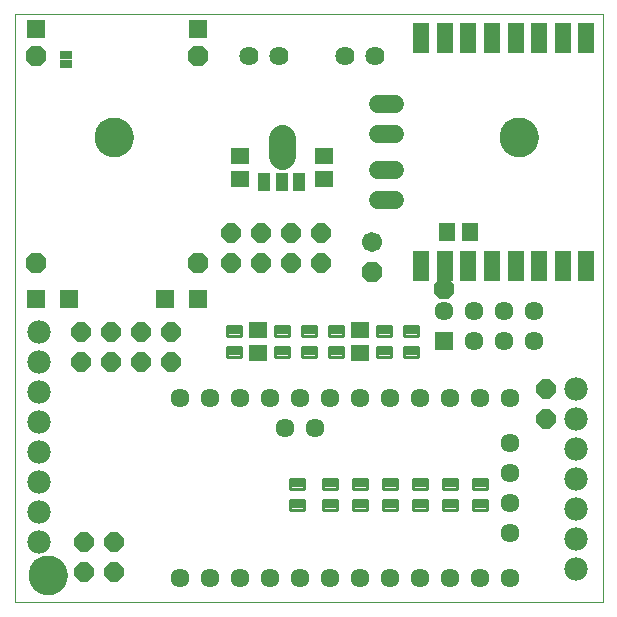
<source format=gts>
G75*
%MOIN*%
%OFA0B0*%
%FSLAX25Y25*%
%IPPOS*%
%LPD*%
%AMOC8*
5,1,8,0,0,1.08239X$1,22.5*
%
%ADD10C,0.00000*%
%ADD11C,0.12998*%
%ADD12R,0.06337X0.06337*%
%ADD13C,0.06337*%
%ADD14C,0.06000*%
%ADD15OC8,0.06700*%
%ADD16C,0.06700*%
%ADD17R,0.05943X0.05943*%
%ADD18C,0.06400*%
%ADD19OC8,0.06400*%
%ADD20C,0.07800*%
%ADD21C,0.01100*%
%ADD22R,0.06306X0.05518*%
%ADD23R,0.05518X0.06306*%
%ADD24R,0.05400X0.10400*%
%ADD25R,0.03900X0.02800*%
%ADD26C,0.09061*%
%ADD27R,0.04134X0.06201*%
D10*
X0001500Y0002000D02*
X0197500Y0002000D01*
X0197500Y0198000D01*
X0001500Y0198000D01*
X0001500Y0002000D01*
X0006201Y0011000D02*
X0006203Y0011158D01*
X0006209Y0011316D01*
X0006219Y0011474D01*
X0006233Y0011632D01*
X0006251Y0011789D01*
X0006272Y0011946D01*
X0006298Y0012102D01*
X0006328Y0012258D01*
X0006361Y0012413D01*
X0006399Y0012566D01*
X0006440Y0012719D01*
X0006485Y0012871D01*
X0006534Y0013022D01*
X0006587Y0013171D01*
X0006643Y0013319D01*
X0006703Y0013465D01*
X0006767Y0013610D01*
X0006835Y0013753D01*
X0006906Y0013895D01*
X0006980Y0014035D01*
X0007058Y0014172D01*
X0007140Y0014308D01*
X0007224Y0014442D01*
X0007313Y0014573D01*
X0007404Y0014702D01*
X0007499Y0014829D01*
X0007596Y0014954D01*
X0007697Y0015076D01*
X0007801Y0015195D01*
X0007908Y0015312D01*
X0008018Y0015426D01*
X0008131Y0015537D01*
X0008246Y0015646D01*
X0008364Y0015751D01*
X0008485Y0015853D01*
X0008608Y0015953D01*
X0008734Y0016049D01*
X0008862Y0016142D01*
X0008992Y0016232D01*
X0009125Y0016318D01*
X0009260Y0016402D01*
X0009396Y0016481D01*
X0009535Y0016558D01*
X0009676Y0016630D01*
X0009818Y0016700D01*
X0009962Y0016765D01*
X0010108Y0016827D01*
X0010255Y0016885D01*
X0010404Y0016940D01*
X0010554Y0016991D01*
X0010705Y0017038D01*
X0010857Y0017081D01*
X0011010Y0017120D01*
X0011165Y0017156D01*
X0011320Y0017187D01*
X0011476Y0017215D01*
X0011632Y0017239D01*
X0011789Y0017259D01*
X0011947Y0017275D01*
X0012104Y0017287D01*
X0012263Y0017295D01*
X0012421Y0017299D01*
X0012579Y0017299D01*
X0012737Y0017295D01*
X0012896Y0017287D01*
X0013053Y0017275D01*
X0013211Y0017259D01*
X0013368Y0017239D01*
X0013524Y0017215D01*
X0013680Y0017187D01*
X0013835Y0017156D01*
X0013990Y0017120D01*
X0014143Y0017081D01*
X0014295Y0017038D01*
X0014446Y0016991D01*
X0014596Y0016940D01*
X0014745Y0016885D01*
X0014892Y0016827D01*
X0015038Y0016765D01*
X0015182Y0016700D01*
X0015324Y0016630D01*
X0015465Y0016558D01*
X0015604Y0016481D01*
X0015740Y0016402D01*
X0015875Y0016318D01*
X0016008Y0016232D01*
X0016138Y0016142D01*
X0016266Y0016049D01*
X0016392Y0015953D01*
X0016515Y0015853D01*
X0016636Y0015751D01*
X0016754Y0015646D01*
X0016869Y0015537D01*
X0016982Y0015426D01*
X0017092Y0015312D01*
X0017199Y0015195D01*
X0017303Y0015076D01*
X0017404Y0014954D01*
X0017501Y0014829D01*
X0017596Y0014702D01*
X0017687Y0014573D01*
X0017776Y0014442D01*
X0017860Y0014308D01*
X0017942Y0014172D01*
X0018020Y0014035D01*
X0018094Y0013895D01*
X0018165Y0013753D01*
X0018233Y0013610D01*
X0018297Y0013465D01*
X0018357Y0013319D01*
X0018413Y0013171D01*
X0018466Y0013022D01*
X0018515Y0012871D01*
X0018560Y0012719D01*
X0018601Y0012566D01*
X0018639Y0012413D01*
X0018672Y0012258D01*
X0018702Y0012102D01*
X0018728Y0011946D01*
X0018749Y0011789D01*
X0018767Y0011632D01*
X0018781Y0011474D01*
X0018791Y0011316D01*
X0018797Y0011158D01*
X0018799Y0011000D01*
X0018797Y0010842D01*
X0018791Y0010684D01*
X0018781Y0010526D01*
X0018767Y0010368D01*
X0018749Y0010211D01*
X0018728Y0010054D01*
X0018702Y0009898D01*
X0018672Y0009742D01*
X0018639Y0009587D01*
X0018601Y0009434D01*
X0018560Y0009281D01*
X0018515Y0009129D01*
X0018466Y0008978D01*
X0018413Y0008829D01*
X0018357Y0008681D01*
X0018297Y0008535D01*
X0018233Y0008390D01*
X0018165Y0008247D01*
X0018094Y0008105D01*
X0018020Y0007965D01*
X0017942Y0007828D01*
X0017860Y0007692D01*
X0017776Y0007558D01*
X0017687Y0007427D01*
X0017596Y0007298D01*
X0017501Y0007171D01*
X0017404Y0007046D01*
X0017303Y0006924D01*
X0017199Y0006805D01*
X0017092Y0006688D01*
X0016982Y0006574D01*
X0016869Y0006463D01*
X0016754Y0006354D01*
X0016636Y0006249D01*
X0016515Y0006147D01*
X0016392Y0006047D01*
X0016266Y0005951D01*
X0016138Y0005858D01*
X0016008Y0005768D01*
X0015875Y0005682D01*
X0015740Y0005598D01*
X0015604Y0005519D01*
X0015465Y0005442D01*
X0015324Y0005370D01*
X0015182Y0005300D01*
X0015038Y0005235D01*
X0014892Y0005173D01*
X0014745Y0005115D01*
X0014596Y0005060D01*
X0014446Y0005009D01*
X0014295Y0004962D01*
X0014143Y0004919D01*
X0013990Y0004880D01*
X0013835Y0004844D01*
X0013680Y0004813D01*
X0013524Y0004785D01*
X0013368Y0004761D01*
X0013211Y0004741D01*
X0013053Y0004725D01*
X0012896Y0004713D01*
X0012737Y0004705D01*
X0012579Y0004701D01*
X0012421Y0004701D01*
X0012263Y0004705D01*
X0012104Y0004713D01*
X0011947Y0004725D01*
X0011789Y0004741D01*
X0011632Y0004761D01*
X0011476Y0004785D01*
X0011320Y0004813D01*
X0011165Y0004844D01*
X0011010Y0004880D01*
X0010857Y0004919D01*
X0010705Y0004962D01*
X0010554Y0005009D01*
X0010404Y0005060D01*
X0010255Y0005115D01*
X0010108Y0005173D01*
X0009962Y0005235D01*
X0009818Y0005300D01*
X0009676Y0005370D01*
X0009535Y0005442D01*
X0009396Y0005519D01*
X0009260Y0005598D01*
X0009125Y0005682D01*
X0008992Y0005768D01*
X0008862Y0005858D01*
X0008734Y0005951D01*
X0008608Y0006047D01*
X0008485Y0006147D01*
X0008364Y0006249D01*
X0008246Y0006354D01*
X0008131Y0006463D01*
X0008018Y0006574D01*
X0007908Y0006688D01*
X0007801Y0006805D01*
X0007697Y0006924D01*
X0007596Y0007046D01*
X0007499Y0007171D01*
X0007404Y0007298D01*
X0007313Y0007427D01*
X0007224Y0007558D01*
X0007140Y0007692D01*
X0007058Y0007828D01*
X0006980Y0007965D01*
X0006906Y0008105D01*
X0006835Y0008247D01*
X0006767Y0008390D01*
X0006703Y0008535D01*
X0006643Y0008681D01*
X0006587Y0008829D01*
X0006534Y0008978D01*
X0006485Y0009129D01*
X0006440Y0009281D01*
X0006399Y0009434D01*
X0006361Y0009587D01*
X0006328Y0009742D01*
X0006298Y0009898D01*
X0006272Y0010054D01*
X0006251Y0010211D01*
X0006233Y0010368D01*
X0006219Y0010526D01*
X0006209Y0010684D01*
X0006203Y0010842D01*
X0006201Y0011000D01*
X0028201Y0157000D02*
X0028203Y0157158D01*
X0028209Y0157316D01*
X0028219Y0157474D01*
X0028233Y0157632D01*
X0028251Y0157789D01*
X0028272Y0157946D01*
X0028298Y0158102D01*
X0028328Y0158258D01*
X0028361Y0158413D01*
X0028399Y0158566D01*
X0028440Y0158719D01*
X0028485Y0158871D01*
X0028534Y0159022D01*
X0028587Y0159171D01*
X0028643Y0159319D01*
X0028703Y0159465D01*
X0028767Y0159610D01*
X0028835Y0159753D01*
X0028906Y0159895D01*
X0028980Y0160035D01*
X0029058Y0160172D01*
X0029140Y0160308D01*
X0029224Y0160442D01*
X0029313Y0160573D01*
X0029404Y0160702D01*
X0029499Y0160829D01*
X0029596Y0160954D01*
X0029697Y0161076D01*
X0029801Y0161195D01*
X0029908Y0161312D01*
X0030018Y0161426D01*
X0030131Y0161537D01*
X0030246Y0161646D01*
X0030364Y0161751D01*
X0030485Y0161853D01*
X0030608Y0161953D01*
X0030734Y0162049D01*
X0030862Y0162142D01*
X0030992Y0162232D01*
X0031125Y0162318D01*
X0031260Y0162402D01*
X0031396Y0162481D01*
X0031535Y0162558D01*
X0031676Y0162630D01*
X0031818Y0162700D01*
X0031962Y0162765D01*
X0032108Y0162827D01*
X0032255Y0162885D01*
X0032404Y0162940D01*
X0032554Y0162991D01*
X0032705Y0163038D01*
X0032857Y0163081D01*
X0033010Y0163120D01*
X0033165Y0163156D01*
X0033320Y0163187D01*
X0033476Y0163215D01*
X0033632Y0163239D01*
X0033789Y0163259D01*
X0033947Y0163275D01*
X0034104Y0163287D01*
X0034263Y0163295D01*
X0034421Y0163299D01*
X0034579Y0163299D01*
X0034737Y0163295D01*
X0034896Y0163287D01*
X0035053Y0163275D01*
X0035211Y0163259D01*
X0035368Y0163239D01*
X0035524Y0163215D01*
X0035680Y0163187D01*
X0035835Y0163156D01*
X0035990Y0163120D01*
X0036143Y0163081D01*
X0036295Y0163038D01*
X0036446Y0162991D01*
X0036596Y0162940D01*
X0036745Y0162885D01*
X0036892Y0162827D01*
X0037038Y0162765D01*
X0037182Y0162700D01*
X0037324Y0162630D01*
X0037465Y0162558D01*
X0037604Y0162481D01*
X0037740Y0162402D01*
X0037875Y0162318D01*
X0038008Y0162232D01*
X0038138Y0162142D01*
X0038266Y0162049D01*
X0038392Y0161953D01*
X0038515Y0161853D01*
X0038636Y0161751D01*
X0038754Y0161646D01*
X0038869Y0161537D01*
X0038982Y0161426D01*
X0039092Y0161312D01*
X0039199Y0161195D01*
X0039303Y0161076D01*
X0039404Y0160954D01*
X0039501Y0160829D01*
X0039596Y0160702D01*
X0039687Y0160573D01*
X0039776Y0160442D01*
X0039860Y0160308D01*
X0039942Y0160172D01*
X0040020Y0160035D01*
X0040094Y0159895D01*
X0040165Y0159753D01*
X0040233Y0159610D01*
X0040297Y0159465D01*
X0040357Y0159319D01*
X0040413Y0159171D01*
X0040466Y0159022D01*
X0040515Y0158871D01*
X0040560Y0158719D01*
X0040601Y0158566D01*
X0040639Y0158413D01*
X0040672Y0158258D01*
X0040702Y0158102D01*
X0040728Y0157946D01*
X0040749Y0157789D01*
X0040767Y0157632D01*
X0040781Y0157474D01*
X0040791Y0157316D01*
X0040797Y0157158D01*
X0040799Y0157000D01*
X0040797Y0156842D01*
X0040791Y0156684D01*
X0040781Y0156526D01*
X0040767Y0156368D01*
X0040749Y0156211D01*
X0040728Y0156054D01*
X0040702Y0155898D01*
X0040672Y0155742D01*
X0040639Y0155587D01*
X0040601Y0155434D01*
X0040560Y0155281D01*
X0040515Y0155129D01*
X0040466Y0154978D01*
X0040413Y0154829D01*
X0040357Y0154681D01*
X0040297Y0154535D01*
X0040233Y0154390D01*
X0040165Y0154247D01*
X0040094Y0154105D01*
X0040020Y0153965D01*
X0039942Y0153828D01*
X0039860Y0153692D01*
X0039776Y0153558D01*
X0039687Y0153427D01*
X0039596Y0153298D01*
X0039501Y0153171D01*
X0039404Y0153046D01*
X0039303Y0152924D01*
X0039199Y0152805D01*
X0039092Y0152688D01*
X0038982Y0152574D01*
X0038869Y0152463D01*
X0038754Y0152354D01*
X0038636Y0152249D01*
X0038515Y0152147D01*
X0038392Y0152047D01*
X0038266Y0151951D01*
X0038138Y0151858D01*
X0038008Y0151768D01*
X0037875Y0151682D01*
X0037740Y0151598D01*
X0037604Y0151519D01*
X0037465Y0151442D01*
X0037324Y0151370D01*
X0037182Y0151300D01*
X0037038Y0151235D01*
X0036892Y0151173D01*
X0036745Y0151115D01*
X0036596Y0151060D01*
X0036446Y0151009D01*
X0036295Y0150962D01*
X0036143Y0150919D01*
X0035990Y0150880D01*
X0035835Y0150844D01*
X0035680Y0150813D01*
X0035524Y0150785D01*
X0035368Y0150761D01*
X0035211Y0150741D01*
X0035053Y0150725D01*
X0034896Y0150713D01*
X0034737Y0150705D01*
X0034579Y0150701D01*
X0034421Y0150701D01*
X0034263Y0150705D01*
X0034104Y0150713D01*
X0033947Y0150725D01*
X0033789Y0150741D01*
X0033632Y0150761D01*
X0033476Y0150785D01*
X0033320Y0150813D01*
X0033165Y0150844D01*
X0033010Y0150880D01*
X0032857Y0150919D01*
X0032705Y0150962D01*
X0032554Y0151009D01*
X0032404Y0151060D01*
X0032255Y0151115D01*
X0032108Y0151173D01*
X0031962Y0151235D01*
X0031818Y0151300D01*
X0031676Y0151370D01*
X0031535Y0151442D01*
X0031396Y0151519D01*
X0031260Y0151598D01*
X0031125Y0151682D01*
X0030992Y0151768D01*
X0030862Y0151858D01*
X0030734Y0151951D01*
X0030608Y0152047D01*
X0030485Y0152147D01*
X0030364Y0152249D01*
X0030246Y0152354D01*
X0030131Y0152463D01*
X0030018Y0152574D01*
X0029908Y0152688D01*
X0029801Y0152805D01*
X0029697Y0152924D01*
X0029596Y0153046D01*
X0029499Y0153171D01*
X0029404Y0153298D01*
X0029313Y0153427D01*
X0029224Y0153558D01*
X0029140Y0153692D01*
X0029058Y0153828D01*
X0028980Y0153965D01*
X0028906Y0154105D01*
X0028835Y0154247D01*
X0028767Y0154390D01*
X0028703Y0154535D01*
X0028643Y0154681D01*
X0028587Y0154829D01*
X0028534Y0154978D01*
X0028485Y0155129D01*
X0028440Y0155281D01*
X0028399Y0155434D01*
X0028361Y0155587D01*
X0028328Y0155742D01*
X0028298Y0155898D01*
X0028272Y0156054D01*
X0028251Y0156211D01*
X0028233Y0156368D01*
X0028219Y0156526D01*
X0028209Y0156684D01*
X0028203Y0156842D01*
X0028201Y0157000D01*
X0163201Y0157000D02*
X0163203Y0157158D01*
X0163209Y0157316D01*
X0163219Y0157474D01*
X0163233Y0157632D01*
X0163251Y0157789D01*
X0163272Y0157946D01*
X0163298Y0158102D01*
X0163328Y0158258D01*
X0163361Y0158413D01*
X0163399Y0158566D01*
X0163440Y0158719D01*
X0163485Y0158871D01*
X0163534Y0159022D01*
X0163587Y0159171D01*
X0163643Y0159319D01*
X0163703Y0159465D01*
X0163767Y0159610D01*
X0163835Y0159753D01*
X0163906Y0159895D01*
X0163980Y0160035D01*
X0164058Y0160172D01*
X0164140Y0160308D01*
X0164224Y0160442D01*
X0164313Y0160573D01*
X0164404Y0160702D01*
X0164499Y0160829D01*
X0164596Y0160954D01*
X0164697Y0161076D01*
X0164801Y0161195D01*
X0164908Y0161312D01*
X0165018Y0161426D01*
X0165131Y0161537D01*
X0165246Y0161646D01*
X0165364Y0161751D01*
X0165485Y0161853D01*
X0165608Y0161953D01*
X0165734Y0162049D01*
X0165862Y0162142D01*
X0165992Y0162232D01*
X0166125Y0162318D01*
X0166260Y0162402D01*
X0166396Y0162481D01*
X0166535Y0162558D01*
X0166676Y0162630D01*
X0166818Y0162700D01*
X0166962Y0162765D01*
X0167108Y0162827D01*
X0167255Y0162885D01*
X0167404Y0162940D01*
X0167554Y0162991D01*
X0167705Y0163038D01*
X0167857Y0163081D01*
X0168010Y0163120D01*
X0168165Y0163156D01*
X0168320Y0163187D01*
X0168476Y0163215D01*
X0168632Y0163239D01*
X0168789Y0163259D01*
X0168947Y0163275D01*
X0169104Y0163287D01*
X0169263Y0163295D01*
X0169421Y0163299D01*
X0169579Y0163299D01*
X0169737Y0163295D01*
X0169896Y0163287D01*
X0170053Y0163275D01*
X0170211Y0163259D01*
X0170368Y0163239D01*
X0170524Y0163215D01*
X0170680Y0163187D01*
X0170835Y0163156D01*
X0170990Y0163120D01*
X0171143Y0163081D01*
X0171295Y0163038D01*
X0171446Y0162991D01*
X0171596Y0162940D01*
X0171745Y0162885D01*
X0171892Y0162827D01*
X0172038Y0162765D01*
X0172182Y0162700D01*
X0172324Y0162630D01*
X0172465Y0162558D01*
X0172604Y0162481D01*
X0172740Y0162402D01*
X0172875Y0162318D01*
X0173008Y0162232D01*
X0173138Y0162142D01*
X0173266Y0162049D01*
X0173392Y0161953D01*
X0173515Y0161853D01*
X0173636Y0161751D01*
X0173754Y0161646D01*
X0173869Y0161537D01*
X0173982Y0161426D01*
X0174092Y0161312D01*
X0174199Y0161195D01*
X0174303Y0161076D01*
X0174404Y0160954D01*
X0174501Y0160829D01*
X0174596Y0160702D01*
X0174687Y0160573D01*
X0174776Y0160442D01*
X0174860Y0160308D01*
X0174942Y0160172D01*
X0175020Y0160035D01*
X0175094Y0159895D01*
X0175165Y0159753D01*
X0175233Y0159610D01*
X0175297Y0159465D01*
X0175357Y0159319D01*
X0175413Y0159171D01*
X0175466Y0159022D01*
X0175515Y0158871D01*
X0175560Y0158719D01*
X0175601Y0158566D01*
X0175639Y0158413D01*
X0175672Y0158258D01*
X0175702Y0158102D01*
X0175728Y0157946D01*
X0175749Y0157789D01*
X0175767Y0157632D01*
X0175781Y0157474D01*
X0175791Y0157316D01*
X0175797Y0157158D01*
X0175799Y0157000D01*
X0175797Y0156842D01*
X0175791Y0156684D01*
X0175781Y0156526D01*
X0175767Y0156368D01*
X0175749Y0156211D01*
X0175728Y0156054D01*
X0175702Y0155898D01*
X0175672Y0155742D01*
X0175639Y0155587D01*
X0175601Y0155434D01*
X0175560Y0155281D01*
X0175515Y0155129D01*
X0175466Y0154978D01*
X0175413Y0154829D01*
X0175357Y0154681D01*
X0175297Y0154535D01*
X0175233Y0154390D01*
X0175165Y0154247D01*
X0175094Y0154105D01*
X0175020Y0153965D01*
X0174942Y0153828D01*
X0174860Y0153692D01*
X0174776Y0153558D01*
X0174687Y0153427D01*
X0174596Y0153298D01*
X0174501Y0153171D01*
X0174404Y0153046D01*
X0174303Y0152924D01*
X0174199Y0152805D01*
X0174092Y0152688D01*
X0173982Y0152574D01*
X0173869Y0152463D01*
X0173754Y0152354D01*
X0173636Y0152249D01*
X0173515Y0152147D01*
X0173392Y0152047D01*
X0173266Y0151951D01*
X0173138Y0151858D01*
X0173008Y0151768D01*
X0172875Y0151682D01*
X0172740Y0151598D01*
X0172604Y0151519D01*
X0172465Y0151442D01*
X0172324Y0151370D01*
X0172182Y0151300D01*
X0172038Y0151235D01*
X0171892Y0151173D01*
X0171745Y0151115D01*
X0171596Y0151060D01*
X0171446Y0151009D01*
X0171295Y0150962D01*
X0171143Y0150919D01*
X0170990Y0150880D01*
X0170835Y0150844D01*
X0170680Y0150813D01*
X0170524Y0150785D01*
X0170368Y0150761D01*
X0170211Y0150741D01*
X0170053Y0150725D01*
X0169896Y0150713D01*
X0169737Y0150705D01*
X0169579Y0150701D01*
X0169421Y0150701D01*
X0169263Y0150705D01*
X0169104Y0150713D01*
X0168947Y0150725D01*
X0168789Y0150741D01*
X0168632Y0150761D01*
X0168476Y0150785D01*
X0168320Y0150813D01*
X0168165Y0150844D01*
X0168010Y0150880D01*
X0167857Y0150919D01*
X0167705Y0150962D01*
X0167554Y0151009D01*
X0167404Y0151060D01*
X0167255Y0151115D01*
X0167108Y0151173D01*
X0166962Y0151235D01*
X0166818Y0151300D01*
X0166676Y0151370D01*
X0166535Y0151442D01*
X0166396Y0151519D01*
X0166260Y0151598D01*
X0166125Y0151682D01*
X0165992Y0151768D01*
X0165862Y0151858D01*
X0165734Y0151951D01*
X0165608Y0152047D01*
X0165485Y0152147D01*
X0165364Y0152249D01*
X0165246Y0152354D01*
X0165131Y0152463D01*
X0165018Y0152574D01*
X0164908Y0152688D01*
X0164801Y0152805D01*
X0164697Y0152924D01*
X0164596Y0153046D01*
X0164499Y0153171D01*
X0164404Y0153298D01*
X0164313Y0153427D01*
X0164224Y0153558D01*
X0164140Y0153692D01*
X0164058Y0153828D01*
X0163980Y0153965D01*
X0163906Y0154105D01*
X0163835Y0154247D01*
X0163767Y0154390D01*
X0163703Y0154535D01*
X0163643Y0154681D01*
X0163587Y0154829D01*
X0163534Y0154978D01*
X0163485Y0155129D01*
X0163440Y0155281D01*
X0163399Y0155434D01*
X0163361Y0155587D01*
X0163328Y0155742D01*
X0163298Y0155898D01*
X0163272Y0156054D01*
X0163251Y0156211D01*
X0163233Y0156368D01*
X0163219Y0156526D01*
X0163209Y0156684D01*
X0163203Y0156842D01*
X0163201Y0157000D01*
D11*
X0169500Y0157000D03*
X0034500Y0157000D03*
X0012500Y0011000D03*
D12*
X0144500Y0089000D03*
D13*
X0144500Y0099000D03*
X0154500Y0099000D03*
X0154500Y0089000D03*
X0164500Y0089000D03*
X0164500Y0099000D03*
X0174500Y0099000D03*
X0174500Y0089000D03*
X0166500Y0070000D03*
X0156500Y0070000D03*
X0146500Y0070000D03*
X0136500Y0070000D03*
X0126500Y0070000D03*
X0116500Y0070000D03*
X0106500Y0070000D03*
X0096500Y0070000D03*
X0086500Y0070000D03*
X0076500Y0070000D03*
X0066500Y0070000D03*
X0056500Y0070000D03*
X0091500Y0060000D03*
X0101500Y0060000D03*
X0096500Y0010000D03*
X0086500Y0010000D03*
X0076500Y0010000D03*
X0066500Y0010000D03*
X0056500Y0010000D03*
X0106500Y0010000D03*
X0116500Y0010000D03*
X0126500Y0010000D03*
X0136500Y0010000D03*
X0146500Y0010000D03*
X0156500Y0010000D03*
X0166500Y0010000D03*
X0166500Y0025000D03*
X0166500Y0035000D03*
X0166500Y0045000D03*
X0166500Y0055000D03*
D14*
X0128300Y0136000D02*
X0122700Y0136000D01*
X0122700Y0146000D02*
X0128300Y0146000D01*
X0128300Y0158000D02*
X0122700Y0158000D01*
X0122700Y0168000D02*
X0128300Y0168000D01*
D15*
X0120500Y0112000D03*
X0144500Y0106500D03*
X0062500Y0115000D03*
X0008500Y0115000D03*
X0008500Y0184000D03*
X0062500Y0184000D03*
D16*
X0120500Y0122000D03*
D17*
X0062500Y0103100D03*
X0051500Y0103100D03*
X0019500Y0103100D03*
X0008500Y0103100D03*
X0008500Y0193100D03*
X0062500Y0193100D03*
D18*
X0079500Y0184000D03*
X0089500Y0184000D03*
X0111500Y0184000D03*
X0121500Y0184000D03*
D19*
X0103500Y0125000D03*
X0103500Y0115000D03*
X0093500Y0115000D03*
X0093500Y0125000D03*
X0083500Y0125000D03*
X0083500Y0115000D03*
X0073500Y0115000D03*
X0073500Y0125000D03*
X0053500Y0092000D03*
X0053500Y0082000D03*
X0043500Y0082000D03*
X0043500Y0092000D03*
X0033500Y0092000D03*
X0033500Y0082000D03*
X0023500Y0082000D03*
X0023500Y0092000D03*
X0024500Y0022000D03*
X0024500Y0012000D03*
X0034500Y0012000D03*
X0034500Y0022000D03*
X0178500Y0063000D03*
X0178500Y0073000D03*
D20*
X0188500Y0073000D03*
X0188500Y0063000D03*
X0188500Y0053000D03*
X0188500Y0043000D03*
X0188500Y0033000D03*
X0188500Y0023000D03*
X0188500Y0013000D03*
X0009500Y0022000D03*
X0009500Y0032000D03*
X0009500Y0042000D03*
X0009500Y0052000D03*
X0009500Y0062000D03*
X0009500Y0072000D03*
X0009500Y0082000D03*
X0009500Y0092000D03*
D21*
X0072100Y0090850D02*
X0072100Y0094150D01*
X0076900Y0094150D01*
X0076900Y0090850D01*
X0072100Y0090850D01*
X0072100Y0091949D02*
X0076900Y0091949D01*
X0076900Y0093048D02*
X0072100Y0093048D01*
X0072100Y0094147D02*
X0076900Y0094147D01*
X0072100Y0087150D02*
X0072100Y0083850D01*
X0072100Y0087150D02*
X0076900Y0087150D01*
X0076900Y0083850D01*
X0072100Y0083850D01*
X0072100Y0084949D02*
X0076900Y0084949D01*
X0076900Y0086048D02*
X0072100Y0086048D01*
X0072100Y0087147D02*
X0076900Y0087147D01*
X0092900Y0087150D02*
X0092900Y0083850D01*
X0088100Y0083850D01*
X0088100Y0087150D01*
X0092900Y0087150D01*
X0092900Y0084949D02*
X0088100Y0084949D01*
X0088100Y0086048D02*
X0092900Y0086048D01*
X0092900Y0087147D02*
X0088100Y0087147D01*
X0092900Y0090850D02*
X0092900Y0094150D01*
X0092900Y0090850D02*
X0088100Y0090850D01*
X0088100Y0094150D01*
X0092900Y0094150D01*
X0092900Y0091949D02*
X0088100Y0091949D01*
X0088100Y0093048D02*
X0092900Y0093048D01*
X0092900Y0094147D02*
X0088100Y0094147D01*
X0097100Y0094150D02*
X0097100Y0090850D01*
X0097100Y0094150D02*
X0101900Y0094150D01*
X0101900Y0090850D01*
X0097100Y0090850D01*
X0097100Y0091949D02*
X0101900Y0091949D01*
X0101900Y0093048D02*
X0097100Y0093048D01*
X0097100Y0094147D02*
X0101900Y0094147D01*
X0106100Y0094150D02*
X0106100Y0090850D01*
X0106100Y0094150D02*
X0110900Y0094150D01*
X0110900Y0090850D01*
X0106100Y0090850D01*
X0106100Y0091949D02*
X0110900Y0091949D01*
X0110900Y0093048D02*
X0106100Y0093048D01*
X0106100Y0094147D02*
X0110900Y0094147D01*
X0106100Y0087150D02*
X0106100Y0083850D01*
X0106100Y0087150D02*
X0110900Y0087150D01*
X0110900Y0083850D01*
X0106100Y0083850D01*
X0106100Y0084949D02*
X0110900Y0084949D01*
X0110900Y0086048D02*
X0106100Y0086048D01*
X0106100Y0087147D02*
X0110900Y0087147D01*
X0097100Y0087150D02*
X0097100Y0083850D01*
X0097100Y0087150D02*
X0101900Y0087150D01*
X0101900Y0083850D01*
X0097100Y0083850D01*
X0097100Y0084949D02*
X0101900Y0084949D01*
X0101900Y0086048D02*
X0097100Y0086048D01*
X0097100Y0087147D02*
X0101900Y0087147D01*
X0126900Y0087150D02*
X0126900Y0083850D01*
X0122100Y0083850D01*
X0122100Y0087150D01*
X0126900Y0087150D01*
X0126900Y0084949D02*
X0122100Y0084949D01*
X0122100Y0086048D02*
X0126900Y0086048D01*
X0126900Y0087147D02*
X0122100Y0087147D01*
X0126900Y0090850D02*
X0126900Y0094150D01*
X0126900Y0090850D02*
X0122100Y0090850D01*
X0122100Y0094150D01*
X0126900Y0094150D01*
X0126900Y0091949D02*
X0122100Y0091949D01*
X0122100Y0093048D02*
X0126900Y0093048D01*
X0126900Y0094147D02*
X0122100Y0094147D01*
X0131100Y0094150D02*
X0131100Y0090850D01*
X0131100Y0094150D02*
X0135900Y0094150D01*
X0135900Y0090850D01*
X0131100Y0090850D01*
X0131100Y0091949D02*
X0135900Y0091949D01*
X0135900Y0093048D02*
X0131100Y0093048D01*
X0131100Y0094147D02*
X0135900Y0094147D01*
X0131100Y0087150D02*
X0131100Y0083850D01*
X0131100Y0087150D02*
X0135900Y0087150D01*
X0135900Y0083850D01*
X0131100Y0083850D01*
X0131100Y0084949D02*
X0135900Y0084949D01*
X0135900Y0086048D02*
X0131100Y0086048D01*
X0131100Y0087147D02*
X0135900Y0087147D01*
X0138900Y0043150D02*
X0138900Y0039850D01*
X0134100Y0039850D01*
X0134100Y0043150D01*
X0138900Y0043150D01*
X0138900Y0040949D02*
X0134100Y0040949D01*
X0134100Y0042048D02*
X0138900Y0042048D01*
X0138900Y0043147D02*
X0134100Y0043147D01*
X0128900Y0043150D02*
X0128900Y0039850D01*
X0124100Y0039850D01*
X0124100Y0043150D01*
X0128900Y0043150D01*
X0128900Y0040949D02*
X0124100Y0040949D01*
X0124100Y0042048D02*
X0128900Y0042048D01*
X0128900Y0043147D02*
X0124100Y0043147D01*
X0118900Y0043150D02*
X0118900Y0039850D01*
X0114100Y0039850D01*
X0114100Y0043150D01*
X0118900Y0043150D01*
X0118900Y0040949D02*
X0114100Y0040949D01*
X0114100Y0042048D02*
X0118900Y0042048D01*
X0118900Y0043147D02*
X0114100Y0043147D01*
X0108900Y0043150D02*
X0108900Y0039850D01*
X0104100Y0039850D01*
X0104100Y0043150D01*
X0108900Y0043150D01*
X0108900Y0040949D02*
X0104100Y0040949D01*
X0104100Y0042048D02*
X0108900Y0042048D01*
X0108900Y0043147D02*
X0104100Y0043147D01*
X0108900Y0036150D02*
X0108900Y0032850D01*
X0104100Y0032850D01*
X0104100Y0036150D01*
X0108900Y0036150D01*
X0108900Y0033949D02*
X0104100Y0033949D01*
X0104100Y0035048D02*
X0108900Y0035048D01*
X0108900Y0036147D02*
X0104100Y0036147D01*
X0097900Y0036150D02*
X0097900Y0032850D01*
X0093100Y0032850D01*
X0093100Y0036150D01*
X0097900Y0036150D01*
X0097900Y0033949D02*
X0093100Y0033949D01*
X0093100Y0035048D02*
X0097900Y0035048D01*
X0097900Y0036147D02*
X0093100Y0036147D01*
X0097900Y0039850D02*
X0097900Y0043150D01*
X0097900Y0039850D02*
X0093100Y0039850D01*
X0093100Y0043150D01*
X0097900Y0043150D01*
X0097900Y0040949D02*
X0093100Y0040949D01*
X0093100Y0042048D02*
X0097900Y0042048D01*
X0097900Y0043147D02*
X0093100Y0043147D01*
X0118900Y0036150D02*
X0118900Y0032850D01*
X0114100Y0032850D01*
X0114100Y0036150D01*
X0118900Y0036150D01*
X0118900Y0033949D02*
X0114100Y0033949D01*
X0114100Y0035048D02*
X0118900Y0035048D01*
X0118900Y0036147D02*
X0114100Y0036147D01*
X0128900Y0036150D02*
X0128900Y0032850D01*
X0124100Y0032850D01*
X0124100Y0036150D01*
X0128900Y0036150D01*
X0128900Y0033949D02*
X0124100Y0033949D01*
X0124100Y0035048D02*
X0128900Y0035048D01*
X0128900Y0036147D02*
X0124100Y0036147D01*
X0138900Y0036150D02*
X0138900Y0032850D01*
X0134100Y0032850D01*
X0134100Y0036150D01*
X0138900Y0036150D01*
X0138900Y0033949D02*
X0134100Y0033949D01*
X0134100Y0035048D02*
X0138900Y0035048D01*
X0138900Y0036147D02*
X0134100Y0036147D01*
X0148900Y0036150D02*
X0148900Y0032850D01*
X0144100Y0032850D01*
X0144100Y0036150D01*
X0148900Y0036150D01*
X0148900Y0033949D02*
X0144100Y0033949D01*
X0144100Y0035048D02*
X0148900Y0035048D01*
X0148900Y0036147D02*
X0144100Y0036147D01*
X0148900Y0039850D02*
X0148900Y0043150D01*
X0148900Y0039850D02*
X0144100Y0039850D01*
X0144100Y0043150D01*
X0148900Y0043150D01*
X0148900Y0040949D02*
X0144100Y0040949D01*
X0144100Y0042048D02*
X0148900Y0042048D01*
X0148900Y0043147D02*
X0144100Y0043147D01*
X0158900Y0043150D02*
X0158900Y0039850D01*
X0154100Y0039850D01*
X0154100Y0043150D01*
X0158900Y0043150D01*
X0158900Y0040949D02*
X0154100Y0040949D01*
X0154100Y0042048D02*
X0158900Y0042048D01*
X0158900Y0043147D02*
X0154100Y0043147D01*
X0158900Y0036150D02*
X0158900Y0032850D01*
X0154100Y0032850D01*
X0154100Y0036150D01*
X0158900Y0036150D01*
X0158900Y0033949D02*
X0154100Y0033949D01*
X0154100Y0035048D02*
X0158900Y0035048D01*
X0158900Y0036147D02*
X0154100Y0036147D01*
D22*
X0116500Y0085260D03*
X0116500Y0092740D03*
X0082500Y0092740D03*
X0082500Y0085260D03*
X0076500Y0143260D03*
X0076500Y0150740D03*
X0104500Y0150740D03*
X0104500Y0143260D03*
D23*
X0145760Y0125500D03*
X0153240Y0125500D03*
D24*
X0152689Y0114000D03*
X0160563Y0114000D03*
X0168437Y0114000D03*
X0176311Y0114000D03*
X0184185Y0114000D03*
X0192059Y0114000D03*
X0144815Y0114000D03*
X0136941Y0114000D03*
X0136941Y0190000D03*
X0144815Y0190000D03*
X0152689Y0190000D03*
X0160563Y0190000D03*
X0168437Y0190000D03*
X0176311Y0190000D03*
X0184185Y0190000D03*
X0192059Y0190000D03*
D25*
X0018500Y0184500D03*
X0018500Y0181500D03*
D26*
X0090500Y0150748D02*
X0090500Y0150748D01*
X0090500Y0156654D01*
X0090500Y0156654D01*
X0090500Y0150748D01*
D27*
X0090500Y0142175D03*
X0084594Y0142175D03*
X0096406Y0142175D03*
M02*

</source>
